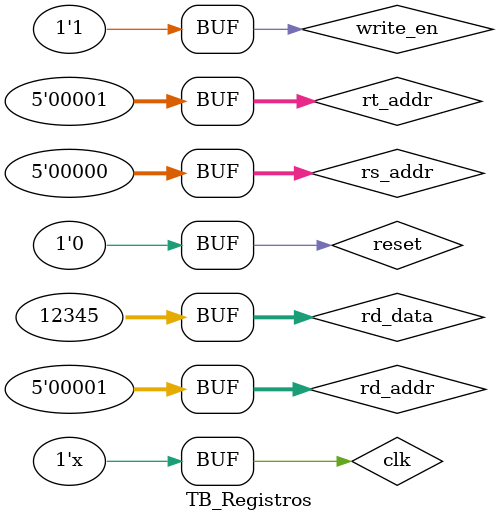
<source format=v>
`timescale 1ns / 1ps


module TB_Registros;

	// Inputs
	reg clk;
	reg reset;
	reg [4:0] rs_addr;
	reg [4:0] rt_addr;
	reg [4:0] rd_addr;
	reg [31:0] rd_data;
	reg write_en;

	// Outputs
	wire [31:0] rs_data;
	wire [31:0] rt_data;

	// Instantiate the Unit Under Test (UUT)
	Registros uut (
		.clk(clk), 
		.reset(reset), 
		.rs_addr(rs_addr), 
		.rt_addr(rt_addr), 
		.rd_addr(rd_addr), 
		.rd_data(rd_data), 
		.write_en(write_en), 
		.rs_data(rs_data), 
		.rt_data(rt_data)
	);

	initial begin
		// Initialize Inputs
		clk = 0;
		reset = 0;
		rs_addr = 0;
		rt_addr = 0;
		rd_addr = 0;
		rd_data = 12345;
		write_en = 1;

		// Wait 100 ns for global reset to finish
		#100;
        
		// Add stimulus here
		#10
		rt_addr=1;
		#10
		rd_addr=1;

	end
	always
	#5 clk=~clk;
      
endmodule


</source>
